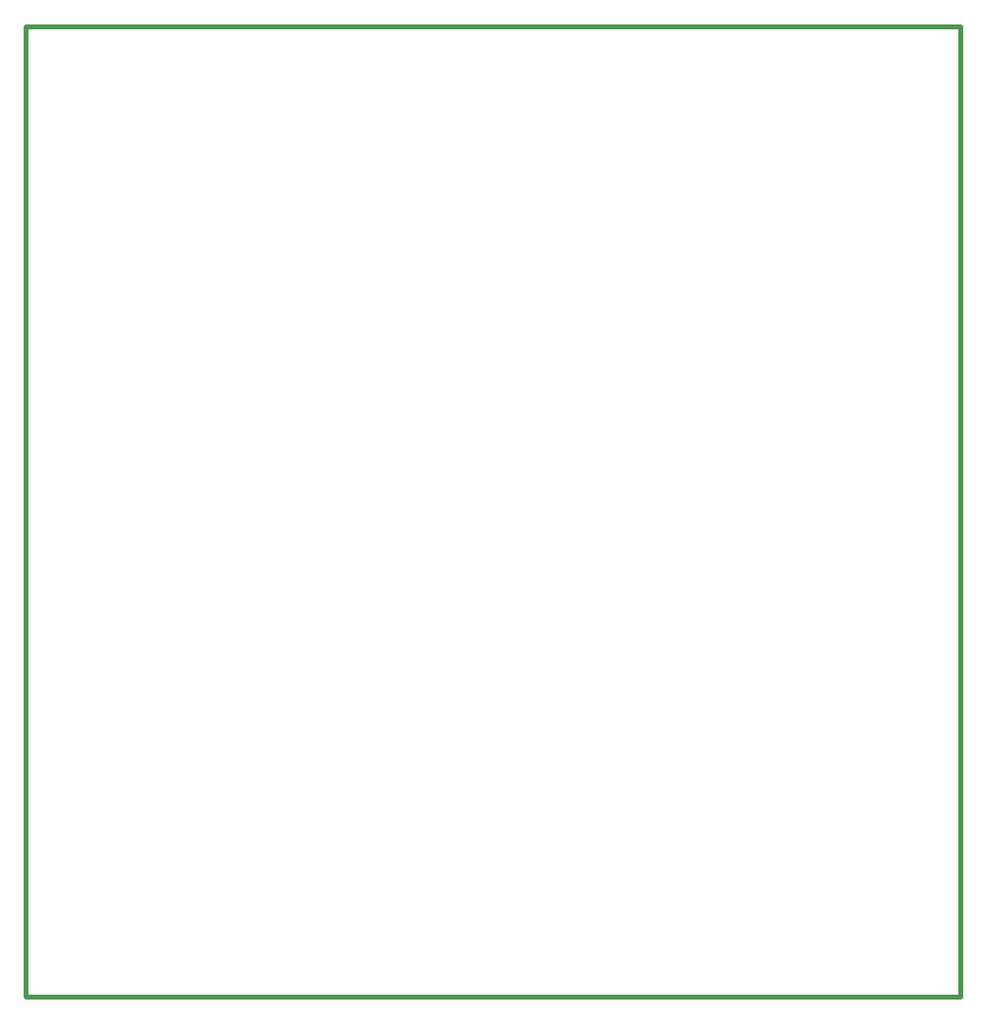
<source format=gm1>
%FSTAX24Y24*%
%MOIN*%
%SFA1B1*%

%IPPOS*%
%ADD21C,0.019680*%
%LNcom_board_2018-1*%
%LPD*%
G54D21*
X076289Y0484D02*
X114557D01*
Y00869D02*
Y0484D01*
X076289Y008691D02*
X114557Y00869D01*
X076289Y0484D02*
Y008691D01*
X114557Y048118D02*
Y00869D01*
X076289Y008691D02*
X114557Y00869D01*
X076289Y0484D02*
Y008691D01*
M02*
</source>
